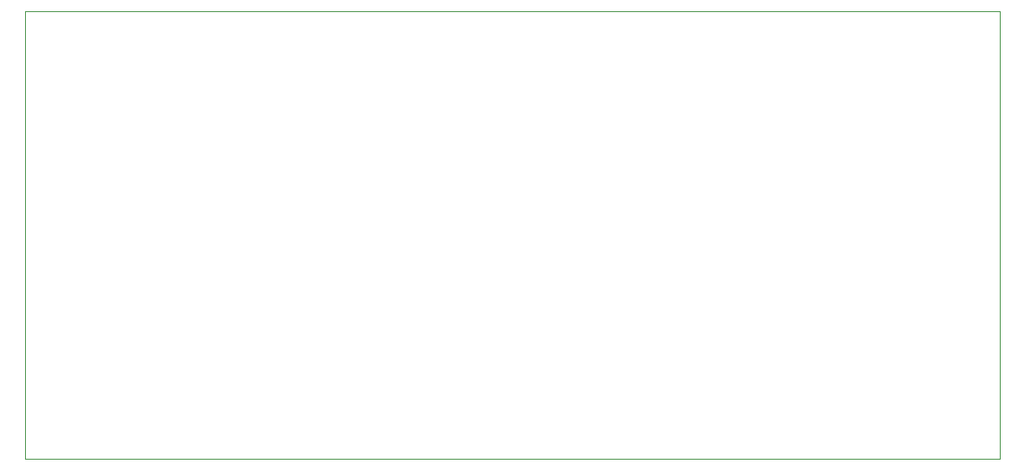
<source format=gbr>
%TF.GenerationSoftware,KiCad,Pcbnew,8.0.6*%
%TF.CreationDate,2025-05-20T21:00:01-04:00*%
%TF.ProjectId,aquasage,61717561-7361-4676-952e-6b696361645f,rev?*%
%TF.SameCoordinates,Original*%
%TF.FileFunction,Profile,NP*%
%FSLAX46Y46*%
G04 Gerber Fmt 4.6, Leading zero omitted, Abs format (unit mm)*
G04 Created by KiCad (PCBNEW 8.0.6) date 2025-05-20 21:00:01*
%MOMM*%
%LPD*%
G01*
G04 APERTURE LIST*
%TA.AperFunction,Profile*%
%ADD10C,0.050000*%
%TD*%
G04 APERTURE END LIST*
D10*
X52984400Y-24892000D02*
X148513800Y-24892000D01*
X148513800Y-68808600D01*
X52984400Y-68808600D01*
X52984400Y-24892000D01*
M02*

</source>
